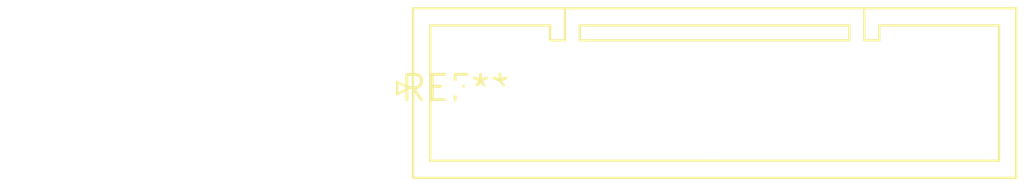
<source format=kicad_pcb>
(kicad_pcb (version 20240108) (generator pcbnew)
  (layers (0 "F.Cu" signal) (31 "B.Cu" signal) (34 "B.Paste" user) (35 "F.Paste" user) (36 "B.SilkS" user "B.Silkscreen") (37 "F.SilkS" user "F.Silkscreen") (38 "B.Mask" user) (39 "F.Mask" user) (44 "Edge.Cuts" user))
  (net 0 "")
  (footprint "JST_PUD_B28B-PUDSS_2x14_P2.00mm_Vertical" (layer "F.Cu") (at 0 0)
    (property "Reference" "REF**")
    (property "Value" "JST_PUD_B28B-PUDSS_2x14_P2.00mm_Vertical")
    (fp_line (start -2.91 -0.3) (end -2.31 0) (layer "F.SilkS") (stroke (width 0.12)))
    (fp_line (start -2.91 0.3) (end -2.91 -0.3) (layer "F.SilkS") (stroke (width 0.12)))
    (fp_line (start -2.31 0) (end -2.91 0.3) (layer "F.SilkS") (stroke (width 0.12)))
    (fp_line (start -2.11 -4.01) (end -2.11 4.51) (layer "F.SilkS") (stroke (width 0.12)))
    (fp_line (start -2.11 4.51) (end 28.11 4.51) (layer "F.SilkS") (stroke (width 0.12)))
    (fp_line (start -1.25 -3.15) (end -1.25 3.65) (layer "F.SilkS") (stroke (width 0.12)))
    (fp_line (start -1.25 3.65) (end 13 3.65) (layer "F.SilkS") (stroke (width 0.12)))
    (fp_line (start 4.75 -3.15) (end -1.25 -3.15) (layer "F.SilkS") (stroke (width 0.12)))
    (fp_line (start 4.75 -2.4) (end 4.75 -3.15) (layer "F.SilkS") (stroke (width 0.12)))
    (fp_line (start 5.5 -4.01) (end 5.5 -2.4) (layer "F.SilkS") (stroke (width 0.12)))
    (fp_line (start 5.5 -2.4) (end 4.75 -2.4) (layer "F.SilkS") (stroke (width 0.12)))
    (fp_line (start 6.25 -3.15) (end 6.25 -2.4) (layer "F.SilkS") (stroke (width 0.12)))
    (fp_line (start 6.25 -2.4) (end 19.75 -2.4) (layer "F.SilkS") (stroke (width 0.12)))
    (fp_line (start 19.75 -3.15) (end 6.25 -3.15) (layer "F.SilkS") (stroke (width 0.12)))
    (fp_line (start 19.75 -2.4) (end 19.75 -3.15) (layer "F.SilkS") (stroke (width 0.12)))
    (fp_line (start 20.5 -4.01) (end 20.5 -2.4) (layer "F.SilkS") (stroke (width 0.12)))
    (fp_line (start 20.5 -2.4) (end 21.25 -2.4) (layer "F.SilkS") (stroke (width 0.12)))
    (fp_line (start 21.25 -3.15) (end 27.25 -3.15) (layer "F.SilkS") (stroke (width 0.12)))
    (fp_line (start 21.25 -2.4) (end 21.25 -3.15) (layer "F.SilkS") (stroke (width 0.12)))
    (fp_line (start 27.25 -3.15) (end 27.25 3.65) (layer "F.SilkS") (stroke (width 0.12)))
    (fp_line (start 27.25 3.65) (end 13 3.65) (layer "F.SilkS") (stroke (width 0.12)))
    (fp_line (start 28.11 -4.01) (end -2.11 -4.01) (layer "F.SilkS") (stroke (width 0.12)))
    (fp_line (start 28.11 4.51) (end 28.11 -4.01) (layer "F.SilkS") (stroke (width 0.12)))
    (pad "1" thru_hole roundrect (at 0 0) (size 1.2 1.2) (drill 0.75) (layers *.Cu *.Mask) (remove_unused_layers) (roundrect_rratio 0.208333))
    (pad "2" thru_hole circle (at 0 2) (size 1.2 1.2) (drill 0.75) (layers *.Cu *.Mask) (remove_unused_layers))
    (pad "3" thru_hole circle (at 2 0) (size 1.2 1.2) (drill 0.75) (layers *.Cu *.Mask) (remove_unused_layers))
    (pad "4" thru_hole circle (at 2 2) (size 1.2 1.2) (drill 0.75) (layers *.Cu *.Mask) (remove_unused_layers))
    (pad "5" thru_hole circle (at 4 0) (size 1.2 1.2) (drill 0.75) (layers *.Cu *.Mask) (remove_unused_layers))
    (pad "6" thru_hole circle (at 4 2) (size 1.2 1.2) (drill 0.75) (layers *.Cu *.Mask) (remove_unused_layers))
    (pad "7" thru_hole circle (at 6 0) (size 1.2 1.2) (drill 0.75) (layers *.Cu *.Mask) (remove_unused_layers))
    (pad "8" thru_hole circle (at 6 2) (size 1.2 1.2) (drill 0.75) (layers *.Cu *.Mask) (remove_unused_layers))
    (pad "9" thru_hole circle (at 8 0) (size 1.2 1.2) (drill 0.75) (layers *.Cu *.Mask) (remove_unused_layers))
    (pad "10" thru_hole circle (at 8 2) (size 1.2 1.2) (drill 0.75) (layers *.Cu *.Mask) (remove_unused_layers))
    (pad "11" thru_hole circle (at 10 0) (size 1.2 1.2) (drill 0.75) (layers *.Cu *.Mask) (remove_unused_layers))
    (pad "12" thru_hole circle (at 10 2) (size 1.2 1.2) (drill 0.75) (layers *.Cu *.Mask) (remove_unused_layers))
    (pad "13" thru_hole circle (at 12 0) (size 1.2 1.2) (drill 0.75) (layers *.Cu *.Mask) (remove_unused_layers))
    (pad "14" thru_hole circle (at 12 2) (size 1.2 1.2) (drill 0.75) (layers *.Cu *.Mask) (remove_unused_layers))
    (pad "15" thru_hole circle (at 14 0) (size 1.2 1.2) (drill 0.75) (layers *.Cu *.Mask) (remove_unused_layers))
    (pad "16" thru_hole circle (at 14 2) (size 1.2 1.2) (drill 0.75) (layers *.Cu *.Mask) (remove_unused_layers))
    (pad "17" thru_hole circle (at 16 0) (size 1.2 1.2) (drill 0.75) (layers *.Cu *.Mask) (remove_unused_layers))
    (pad "18" thru_hole circle (at 16 2) (size 1.2 1.2) (drill 0.75) (layers *.Cu *.Mask) (remove_unused_layers))
    (pad "19" thru_hole circle (at 18 0) (size 1.2 1.2) (drill 0.75) (layers *.Cu *.Mask) (remove_unused_layers))
    (pad "20" thru_hole circle (at 18 2) (size 1.2 1.2) (drill 0.75) (layers *.Cu *.Mask) (remove_unused_layers))
    (pad "21" thru_hole circle (at 20 0) (size 1.2 1.2) (drill 0.75) (layers *.Cu *.Mask) (remove_unused_layers))
    (pad "22" thru_hole circle (at 20 2) (size 1.2 1.2) (drill 0.75) (layers *.Cu *.Mask) (remove_unused_layers))
    (pad "23" thru_hole circle (at 22 0) (size 1.2 1.2) (drill 0.75) (layers *.Cu *.Mask) (remove_unused_layers))
    (pad "24" thru_hole circle (at 22 2) (size 1.2 1.2) (drill 0.75) (layers *.Cu *.Mask) (remove_unused_layers))
    (pad "25" thru_hole circle (at 24 0) (size 1.2 1.2) (drill 0.75) (layers *.Cu *.Mask) (remove_unused_layers))
    (pad "26" thru_hole circle (at 24 2) (size 1.2 1.2) (drill 0.75) (layers *.Cu *.Mask) (remove_unused_layers))
    (pad "27" thru_hole circle (at 26 0) (size 1.2 1.2) (drill 0.75) (layers *.Cu *.Mask) (remove_unused_layers))
    (pad "28" thru_hole circle (at 26 2) (size 1.2 1.2) (drill 0.75) (layers *.Cu *.Mask) (remove_unused_layers))
  )
)
</source>
